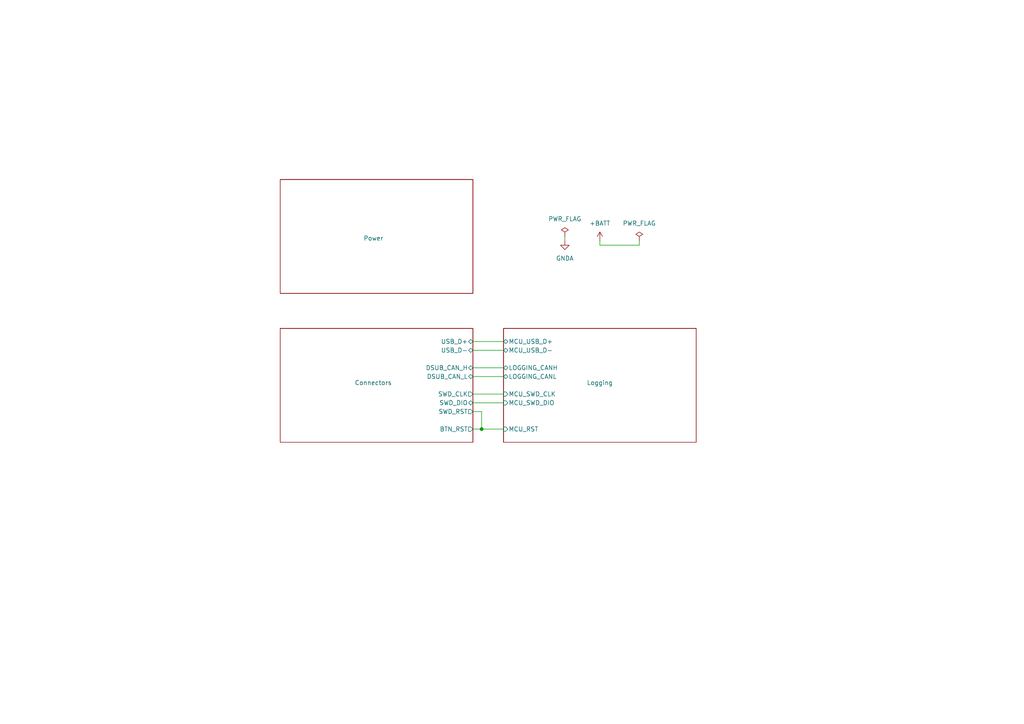
<source format=kicad_sch>
(kicad_sch (version 20211123) (generator eeschema)
  (paper "A4")
  (title_block (title "Car Logger") (date "2024-02-18") (rev "v1") (company "Johnny Cao"))
  (lib_symbols
    (symbol "power:+BATT" (power) (pin_names (offset 0))
      (property "Value" "+BATT" (at 0 3.556 0))
      (symbol "+BATT_0_1"
        (polyline (pts (xy -0.762 1.27) (xy 0 2.54)))
        (polyline (pts (xy 0 0) (xy 0 2.54)))
        (polyline (pts (xy 0 2.54) (xy 0.762 1.27)))
      )
      (symbol "+BATT_1_1"
        (pin power_in line (at 0 0 90) (length 0) hide (name "+BATT") (number "1"))
      )
    )
    (symbol "power:GNDA" (power) (pin_names (offset 0))
      (property "Value" "GNDA" (at 0 -3.81 0))
      (symbol "GNDA_0_1"
        (polyline (pts (xy 0 0) (xy 0 -1.27) (xy 1.27 -1.27) (xy 0 -2.54) (xy -1.27 -1.27) (xy 0 -1.27)))
      )
      (symbol "GNDA_1_1"
        (pin power_in line (at 0 0 270) (length 0) hide (name "GNDA") (number "1"))
      )
    )
    (symbol "power:PWR_FLAG" (power) (pin_numbers hide) (pin_names (offset 0) hide)
      (property "Value" "PWR_FLAG" (at 0 3.81 0))
      (symbol "PWR_FLAG_0_0"
        (pin power_out line (at 0 0 90) (length 0) (name "pwr") (number "1"))
      )
      (symbol "PWR_FLAG_0_1"
        (polyline (pts (xy 0 0) (xy 0 1.27) (xy -1.016 1.905) (xy 0 2.54) (xy 1.016 1.905) (xy 0 1.27)))
      )
    )
  )
  (junction (at 139.7 124.46))
  (wire (pts (xy 139.7 124.46) (xy 137.16 124.46)))
  (wire (pts (xy 173.99 69.85) (xy 173.99 71.12)))
  (wire (pts (xy 137.16 119.38) (xy 139.7 119.38)))
  (wire (pts (xy 137.16 116.84) (xy 146.05 116.84)))
  (wire (pts (xy 185.42 71.12) (xy 185.42 69.85)))
  (wire (pts (xy 137.16 114.3) (xy 146.05 114.3)))
  (wire (pts (xy 137.16 101.6) (xy 146.05 101.6)))
  (wire (pts (xy 173.99 71.12) (xy 185.42 71.12)))
  (wire (pts (xy 139.7 119.38) (xy 139.7 124.46)))
  (wire (pts (xy 163.83 68.58) (xy 163.83 69.85)))
  (wire (pts (xy 139.7 124.46) (xy 146.05 124.46)))
  (wire (pts (xy 137.16 109.22) (xy 146.05 109.22)))
  (wire (pts (xy 137.16 99.06) (xy 146.05 99.06)))
  (wire (pts (xy 137.16 106.68) (xy 146.05 106.68)))
  (symbol (lib_id "power:+BATT") (at 173.99 69.85 0) (unit 1)
    (property "Reference" "#PWR0146" (effects hide))
    (property "Value" "+BATT" (at 173.99 64.77 0))
  )
  (symbol (lib_id "power:PWR_FLAG") (at 163.83 68.58 0) (unit 1)
    (property "Reference" "#FLG0101" (effects hide))
    (property "Value" "PWR_FLAG" (at 163.83 63.5 0))
  )
  (symbol (lib_id "power:GNDA") (at 163.83 69.85 0) (unit 1)
    (property "Reference" "#PWR0145" (effects hide))
    (property "Value" "GNDA" (at 163.83 74.93 0))
  )
  (symbol (lib_id "power:PWR_FLAG") (at 185.42 69.85 0) (unit 1)
    (property "Reference" "#FLG0103" (effects hide))
    (property "Value" "PWR_FLAG" (at 185.42 64.77 0))
  )
  (sheet (at 81.28 52.07) (size 55.88 33.02) (stroke (width 0.1524))
    (property "Sheet name" "Power" (at 105.41 69.85 0) (effects (justify left bottom)))
    (property "Sheet file" "power.kicad_sch" (effects hide))
  )
  (sheet (at 146.05 95.25) (size 55.88 33.02) (stroke (width 0.1524))
    (property "Sheet name" "Logging" (at 170.18 111.76 0) (effects (justify left bottom)))
    (property "Sheet file" "logging.kicad_sch" (effects hide))
    (pin "MCU_RST" input (at 146.05 124.46 180))
    (pin "MCU_USB_D-" bidirectional (at 146.05 101.6 180))
    (pin "MCU_USB_D+" bidirectional (at 146.05 99.06 180))
    (pin "MCU_SWD_DIO" input (at 146.05 116.84 180))
    (pin "MCU_SWD_CLK" input (at 146.05 114.3 180))
    (pin "LOGGING_CANH" bidirectional (at 146.05 106.68 180))
    (pin "LOGGING_CANL" bidirectional (at 146.05 109.22 180))
  )
  (sheet (at 81.28 95.25) (size 55.88 33.02) (stroke (width 0.1524))
    (property "Sheet name" "Connectors" (at 102.87 111.76 0) (effects (justify left bottom)))
    (property "Sheet file" "connectors.kicad_sch" (effects hide))
    (pin "USB_D-" bidirectional (at 137.16 101.6 0))
    (pin "USB_D+" bidirectional (at 137.16 99.06 0))
    (pin "DSUB_CAN_H" bidirectional (at 137.16 106.68 0))
    (pin "DSUB_CAN_L" bidirectional (at 137.16 109.22 0))
    (pin "BTN_RST" output (at 137.16 124.46 0))
    (pin "SWD_RST" output (at 137.16 119.38 0))
    (pin "SWD_CLK" output (at 137.16 114.3 0))
    (pin "SWD_DIO" bidirectional (at 137.16 116.84 0))
  )
)
</source>
